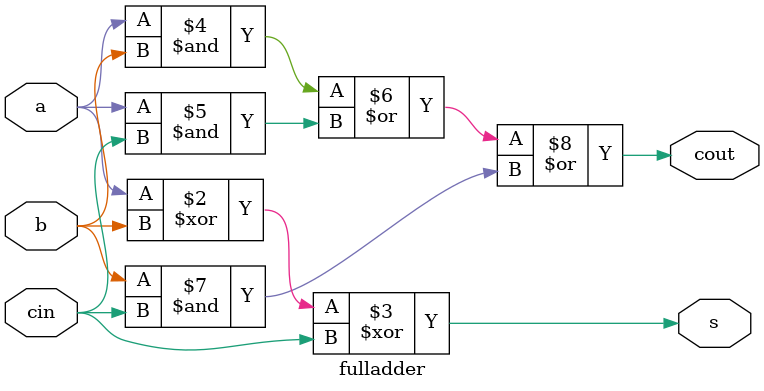
<source format=v>

module fulladder(a,b,cin,s,cout);
 
input a,b,cin;  //inputs
output reg s, cout;  //outputs

always@(a,b,cin) 
begin
	s=a^b^cin;  //sum
	cout=(a&b)|(a&cin)|(b&cin);  //carry
end

endmodule

</source>
